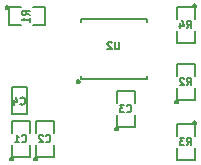
<source format=gbo>
G04 (created by PCBNEW-RS274X (2011-07-08)-stable) date Fri 25 Nov 2011 09:09:20 PM EST*
G01*
G70*
G90*
%MOIN*%
G04 Gerber Fmt 3.4, Leading zero omitted, Abs format*
%FSLAX34Y34*%
G04 APERTURE LIST*
%ADD10C,0.006000*%
%ADD11C,0.007000*%
%ADD12C,0.005000*%
G04 APERTURE END LIST*
G54D10*
G54D11*
X33173Y-17680D02*
X33171Y-17690D01*
X33169Y-17700D01*
X33164Y-17709D01*
X33157Y-17717D01*
X33149Y-17723D01*
X33140Y-17728D01*
X33130Y-17731D01*
X33120Y-17732D01*
X33111Y-17732D01*
X33101Y-17729D01*
X33091Y-17724D01*
X33083Y-17717D01*
X33077Y-17709D01*
X33072Y-17700D01*
X33069Y-17691D01*
X33068Y-17680D01*
X33068Y-17671D01*
X33071Y-17661D01*
X33076Y-17652D01*
X33082Y-17644D01*
X33090Y-17637D01*
X33099Y-17632D01*
X33109Y-17629D01*
X33119Y-17628D01*
X33129Y-17628D01*
X33139Y-17631D01*
X33148Y-17636D01*
X33156Y-17642D01*
X33163Y-17650D01*
X33168Y-17659D01*
X33171Y-17669D01*
X33172Y-17679D01*
X33173Y-17680D01*
G54D10*
X35400Y-17500D02*
X35400Y-17600D01*
X35400Y-17600D02*
X33200Y-17600D01*
X33200Y-17600D02*
X33200Y-17500D01*
X33200Y-15600D02*
X35400Y-15600D01*
X35400Y-15600D02*
X35400Y-15700D01*
X33200Y-15600D02*
X33200Y-15700D01*
G54D12*
X30950Y-20250D02*
X30949Y-20259D01*
X30946Y-20269D01*
X30941Y-20277D01*
X30935Y-20285D01*
X30927Y-20291D01*
X30919Y-20296D01*
X30910Y-20298D01*
X30900Y-20299D01*
X30891Y-20299D01*
X30882Y-20296D01*
X30873Y-20291D01*
X30866Y-20285D01*
X30859Y-20278D01*
X30855Y-20269D01*
X30852Y-20260D01*
X30851Y-20250D01*
X30851Y-20241D01*
X30854Y-20232D01*
X30858Y-20223D01*
X30865Y-20216D01*
X30872Y-20209D01*
X30880Y-20205D01*
X30890Y-20202D01*
X30899Y-20201D01*
X30908Y-20201D01*
X30918Y-20204D01*
X30926Y-20208D01*
X30934Y-20214D01*
X30940Y-20222D01*
X30945Y-20230D01*
X30948Y-20239D01*
X30949Y-20249D01*
X30950Y-20250D01*
X30900Y-19800D02*
X30900Y-20200D01*
X30900Y-20200D02*
X31500Y-20200D01*
X31500Y-20200D02*
X31500Y-19800D01*
X31500Y-19400D02*
X31500Y-19000D01*
X31500Y-19000D02*
X30900Y-19000D01*
X30900Y-19000D02*
X30900Y-19400D01*
X37050Y-15150D02*
X37049Y-15159D01*
X37046Y-15169D01*
X37041Y-15177D01*
X37035Y-15185D01*
X37027Y-15191D01*
X37019Y-15196D01*
X37010Y-15198D01*
X37000Y-15199D01*
X36991Y-15199D01*
X36982Y-15196D01*
X36973Y-15191D01*
X36966Y-15185D01*
X36959Y-15178D01*
X36955Y-15169D01*
X36952Y-15160D01*
X36951Y-15150D01*
X36951Y-15141D01*
X36954Y-15132D01*
X36958Y-15123D01*
X36965Y-15116D01*
X36972Y-15109D01*
X36980Y-15105D01*
X36990Y-15102D01*
X36999Y-15101D01*
X37008Y-15101D01*
X37018Y-15104D01*
X37026Y-15108D01*
X37034Y-15114D01*
X37040Y-15122D01*
X37045Y-15130D01*
X37048Y-15139D01*
X37049Y-15149D01*
X37050Y-15150D01*
X37000Y-15600D02*
X37000Y-15200D01*
X37000Y-15200D02*
X36400Y-15200D01*
X36400Y-15200D02*
X36400Y-15600D01*
X36400Y-16000D02*
X36400Y-16400D01*
X36400Y-16400D02*
X37000Y-16400D01*
X37000Y-16400D02*
X37000Y-16000D01*
X37050Y-19050D02*
X37049Y-19059D01*
X37046Y-19069D01*
X37041Y-19077D01*
X37035Y-19085D01*
X37027Y-19091D01*
X37019Y-19096D01*
X37010Y-19098D01*
X37000Y-19099D01*
X36991Y-19099D01*
X36982Y-19096D01*
X36973Y-19091D01*
X36966Y-19085D01*
X36959Y-19078D01*
X36955Y-19069D01*
X36952Y-19060D01*
X36951Y-19050D01*
X36951Y-19041D01*
X36954Y-19032D01*
X36958Y-19023D01*
X36965Y-19016D01*
X36972Y-19009D01*
X36980Y-19005D01*
X36990Y-19002D01*
X36999Y-19001D01*
X37008Y-19001D01*
X37018Y-19004D01*
X37026Y-19008D01*
X37034Y-19014D01*
X37040Y-19022D01*
X37045Y-19030D01*
X37048Y-19039D01*
X37049Y-19049D01*
X37050Y-19050D01*
X37000Y-19500D02*
X37000Y-19100D01*
X37000Y-19100D02*
X36400Y-19100D01*
X36400Y-19100D02*
X36400Y-19500D01*
X36400Y-19900D02*
X36400Y-20300D01*
X36400Y-20300D02*
X37000Y-20300D01*
X37000Y-20300D02*
X37000Y-19900D01*
X36450Y-18350D02*
X36449Y-18359D01*
X36446Y-18369D01*
X36441Y-18377D01*
X36435Y-18385D01*
X36427Y-18391D01*
X36419Y-18396D01*
X36410Y-18398D01*
X36400Y-18399D01*
X36391Y-18399D01*
X36382Y-18396D01*
X36373Y-18391D01*
X36366Y-18385D01*
X36359Y-18378D01*
X36355Y-18369D01*
X36352Y-18360D01*
X36351Y-18350D01*
X36351Y-18341D01*
X36354Y-18332D01*
X36358Y-18323D01*
X36365Y-18316D01*
X36372Y-18309D01*
X36380Y-18305D01*
X36390Y-18302D01*
X36399Y-18301D01*
X36408Y-18301D01*
X36418Y-18304D01*
X36426Y-18308D01*
X36434Y-18314D01*
X36440Y-18322D01*
X36445Y-18330D01*
X36448Y-18339D01*
X36449Y-18349D01*
X36450Y-18350D01*
X36400Y-17900D02*
X36400Y-18300D01*
X36400Y-18300D02*
X37000Y-18300D01*
X37000Y-18300D02*
X37000Y-17900D01*
X37000Y-17500D02*
X37000Y-17100D01*
X37000Y-17100D02*
X36400Y-17100D01*
X36400Y-17100D02*
X36400Y-17500D01*
X30800Y-15200D02*
X30799Y-15209D01*
X30796Y-15219D01*
X30791Y-15227D01*
X30785Y-15235D01*
X30777Y-15241D01*
X30769Y-15246D01*
X30760Y-15248D01*
X30750Y-15249D01*
X30741Y-15249D01*
X30732Y-15246D01*
X30723Y-15241D01*
X30716Y-15235D01*
X30709Y-15228D01*
X30705Y-15219D01*
X30702Y-15210D01*
X30701Y-15200D01*
X30701Y-15191D01*
X30704Y-15182D01*
X30708Y-15173D01*
X30715Y-15166D01*
X30722Y-15159D01*
X30730Y-15155D01*
X30740Y-15152D01*
X30749Y-15151D01*
X30758Y-15151D01*
X30768Y-15154D01*
X30776Y-15158D01*
X30784Y-15164D01*
X30790Y-15172D01*
X30795Y-15180D01*
X30798Y-15189D01*
X30799Y-15199D01*
X30800Y-15200D01*
X31200Y-15200D02*
X30800Y-15200D01*
X30800Y-15200D02*
X30800Y-15800D01*
X30800Y-15800D02*
X31200Y-15800D01*
X31600Y-15800D02*
X32000Y-15800D01*
X32000Y-15800D02*
X32000Y-15200D01*
X32000Y-15200D02*
X31600Y-15200D01*
X34450Y-19250D02*
X34449Y-19259D01*
X34446Y-19269D01*
X34441Y-19277D01*
X34435Y-19285D01*
X34427Y-19291D01*
X34419Y-19296D01*
X34410Y-19298D01*
X34400Y-19299D01*
X34391Y-19299D01*
X34382Y-19296D01*
X34373Y-19291D01*
X34366Y-19285D01*
X34359Y-19278D01*
X34355Y-19269D01*
X34352Y-19260D01*
X34351Y-19250D01*
X34351Y-19241D01*
X34354Y-19232D01*
X34358Y-19223D01*
X34365Y-19216D01*
X34372Y-19209D01*
X34380Y-19205D01*
X34390Y-19202D01*
X34399Y-19201D01*
X34408Y-19201D01*
X34418Y-19204D01*
X34426Y-19208D01*
X34434Y-19214D01*
X34440Y-19222D01*
X34445Y-19230D01*
X34448Y-19239D01*
X34449Y-19249D01*
X34450Y-19250D01*
X34400Y-18800D02*
X34400Y-19200D01*
X34400Y-19200D02*
X35000Y-19200D01*
X35000Y-19200D02*
X35000Y-18800D01*
X35000Y-18400D02*
X35000Y-18000D01*
X35000Y-18000D02*
X34400Y-18000D01*
X34400Y-18000D02*
X34400Y-18400D01*
X31750Y-20250D02*
X31749Y-20259D01*
X31746Y-20269D01*
X31741Y-20277D01*
X31735Y-20285D01*
X31727Y-20291D01*
X31719Y-20296D01*
X31710Y-20298D01*
X31700Y-20299D01*
X31691Y-20299D01*
X31682Y-20296D01*
X31673Y-20291D01*
X31666Y-20285D01*
X31659Y-20278D01*
X31655Y-20269D01*
X31652Y-20260D01*
X31651Y-20250D01*
X31651Y-20241D01*
X31654Y-20232D01*
X31658Y-20223D01*
X31665Y-20216D01*
X31672Y-20209D01*
X31680Y-20205D01*
X31690Y-20202D01*
X31699Y-20201D01*
X31708Y-20201D01*
X31718Y-20204D01*
X31726Y-20208D01*
X31734Y-20214D01*
X31740Y-20222D01*
X31745Y-20230D01*
X31748Y-20239D01*
X31749Y-20249D01*
X31750Y-20250D01*
X31700Y-19800D02*
X31700Y-20200D01*
X31700Y-20200D02*
X32300Y-20200D01*
X32300Y-20200D02*
X32300Y-19800D01*
X32300Y-19400D02*
X32300Y-19000D01*
X32300Y-19000D02*
X31700Y-19000D01*
X31700Y-19000D02*
X31700Y-19400D01*
X31400Y-18750D02*
X31400Y-17850D01*
X31400Y-17850D02*
X30900Y-17850D01*
X30900Y-17850D02*
X30900Y-18750D01*
X30900Y-18750D02*
X31400Y-18750D01*
G54D10*
X34490Y-16351D02*
X34490Y-16554D01*
X34479Y-16577D01*
X34467Y-16589D01*
X34443Y-16601D01*
X34395Y-16601D01*
X34371Y-16589D01*
X34360Y-16577D01*
X34348Y-16554D01*
X34348Y-16351D01*
X34240Y-16375D02*
X34228Y-16363D01*
X34205Y-16351D01*
X34145Y-16351D01*
X34121Y-16363D01*
X34109Y-16375D01*
X34098Y-16399D01*
X34098Y-16423D01*
X34109Y-16458D01*
X34252Y-16601D01*
X34098Y-16601D01*
X31242Y-19677D02*
X31254Y-19689D01*
X31289Y-19701D01*
X31313Y-19701D01*
X31349Y-19689D01*
X31373Y-19665D01*
X31384Y-19642D01*
X31396Y-19594D01*
X31396Y-19558D01*
X31384Y-19511D01*
X31373Y-19487D01*
X31349Y-19463D01*
X31313Y-19451D01*
X31289Y-19451D01*
X31254Y-19463D01*
X31242Y-19475D01*
X31004Y-19701D02*
X31146Y-19701D01*
X31075Y-19701D02*
X31075Y-19451D01*
X31099Y-19487D01*
X31123Y-19511D01*
X31146Y-19523D01*
X36742Y-15901D02*
X36825Y-15782D01*
X36884Y-15901D02*
X36884Y-15651D01*
X36789Y-15651D01*
X36765Y-15663D01*
X36754Y-15675D01*
X36742Y-15699D01*
X36742Y-15735D01*
X36754Y-15758D01*
X36765Y-15770D01*
X36789Y-15782D01*
X36884Y-15782D01*
X36527Y-15735D02*
X36527Y-15901D01*
X36587Y-15639D02*
X36646Y-15818D01*
X36492Y-15818D01*
X36742Y-19801D02*
X36825Y-19682D01*
X36884Y-19801D02*
X36884Y-19551D01*
X36789Y-19551D01*
X36765Y-19563D01*
X36754Y-19575D01*
X36742Y-19599D01*
X36742Y-19635D01*
X36754Y-19658D01*
X36765Y-19670D01*
X36789Y-19682D01*
X36884Y-19682D01*
X36658Y-19551D02*
X36504Y-19551D01*
X36587Y-19646D01*
X36551Y-19646D01*
X36527Y-19658D01*
X36515Y-19670D01*
X36504Y-19694D01*
X36504Y-19754D01*
X36515Y-19777D01*
X36527Y-19789D01*
X36551Y-19801D01*
X36623Y-19801D01*
X36646Y-19789D01*
X36658Y-19777D01*
X36742Y-17801D02*
X36825Y-17682D01*
X36884Y-17801D02*
X36884Y-17551D01*
X36789Y-17551D01*
X36765Y-17563D01*
X36754Y-17575D01*
X36742Y-17599D01*
X36742Y-17635D01*
X36754Y-17658D01*
X36765Y-17670D01*
X36789Y-17682D01*
X36884Y-17682D01*
X36646Y-17575D02*
X36634Y-17563D01*
X36611Y-17551D01*
X36551Y-17551D01*
X36527Y-17563D01*
X36515Y-17575D01*
X36504Y-17599D01*
X36504Y-17623D01*
X36515Y-17658D01*
X36658Y-17801D01*
X36504Y-17801D01*
G54D12*
X31501Y-15458D02*
X31382Y-15375D01*
X31501Y-15316D02*
X31251Y-15316D01*
X31251Y-15411D01*
X31263Y-15435D01*
X31275Y-15446D01*
X31299Y-15458D01*
X31335Y-15458D01*
X31358Y-15446D01*
X31370Y-15435D01*
X31382Y-15411D01*
X31382Y-15316D01*
X31501Y-15696D02*
X31501Y-15554D01*
X31501Y-15625D02*
X31251Y-15625D01*
X31287Y-15601D01*
X31311Y-15577D01*
X31323Y-15554D01*
G54D10*
X34742Y-18677D02*
X34754Y-18689D01*
X34789Y-18701D01*
X34813Y-18701D01*
X34849Y-18689D01*
X34873Y-18665D01*
X34884Y-18642D01*
X34896Y-18594D01*
X34896Y-18558D01*
X34884Y-18511D01*
X34873Y-18487D01*
X34849Y-18463D01*
X34813Y-18451D01*
X34789Y-18451D01*
X34754Y-18463D01*
X34742Y-18475D01*
X34658Y-18451D02*
X34504Y-18451D01*
X34587Y-18546D01*
X34551Y-18546D01*
X34527Y-18558D01*
X34515Y-18570D01*
X34504Y-18594D01*
X34504Y-18654D01*
X34515Y-18677D01*
X34527Y-18689D01*
X34551Y-18701D01*
X34623Y-18701D01*
X34646Y-18689D01*
X34658Y-18677D01*
X32042Y-19677D02*
X32054Y-19689D01*
X32089Y-19701D01*
X32113Y-19701D01*
X32149Y-19689D01*
X32173Y-19665D01*
X32184Y-19642D01*
X32196Y-19594D01*
X32196Y-19558D01*
X32184Y-19511D01*
X32173Y-19487D01*
X32149Y-19463D01*
X32113Y-19451D01*
X32089Y-19451D01*
X32054Y-19463D01*
X32042Y-19475D01*
X31946Y-19475D02*
X31934Y-19463D01*
X31911Y-19451D01*
X31851Y-19451D01*
X31827Y-19463D01*
X31815Y-19475D01*
X31804Y-19499D01*
X31804Y-19523D01*
X31815Y-19558D01*
X31958Y-19701D01*
X31804Y-19701D01*
X31192Y-18427D02*
X31204Y-18439D01*
X31239Y-18451D01*
X31263Y-18451D01*
X31299Y-18439D01*
X31323Y-18415D01*
X31334Y-18392D01*
X31346Y-18344D01*
X31346Y-18308D01*
X31334Y-18261D01*
X31323Y-18237D01*
X31299Y-18213D01*
X31263Y-18201D01*
X31239Y-18201D01*
X31204Y-18213D01*
X31192Y-18225D01*
X30977Y-18285D02*
X30977Y-18451D01*
X31037Y-18189D02*
X31096Y-18368D01*
X30942Y-18368D01*
M02*

</source>
